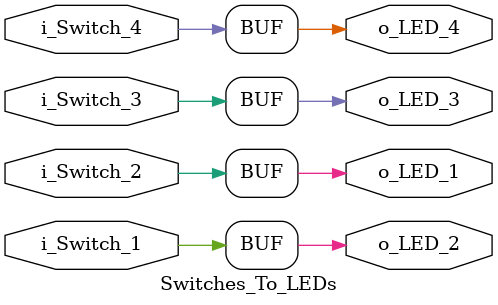
<source format=v>
module Switches_To_LEDs
  (input i_Switch_1,  
   input i_Switch_2,
   input i_Switch_3,
   input i_Switch_4,
   output o_LED_1,
   output o_LED_2,
   output o_LED_3,
   output o_LED_4);
       
assign o_LED_1 = i_Switch_2;
assign o_LED_2 = i_Switch_1;
assign o_LED_3 = i_Switch_3;
assign o_LED_4 = i_Switch_4;
 
endmodule
</source>
